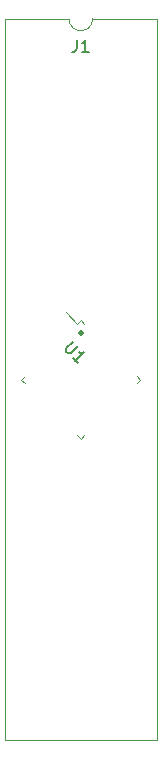
<source format=gbr>
G04 #@! TF.GenerationSoftware,KiCad,Pcbnew,(5.0.1-3-g963ef8bb5)*
G04 #@! TF.CreationDate,2022-07-03T20:38:46+09:00*
G04 #@! TF.ProjectId,LQFP48-Breakout,4C51465034382D427265616B6F75742E,rev?*
G04 #@! TF.SameCoordinates,Original*
G04 #@! TF.FileFunction,Legend,Top*
G04 #@! TF.FilePolarity,Positive*
%FSLAX46Y46*%
G04 Gerber Fmt 4.6, Leading zero omitted, Abs format (unit mm)*
G04 Created by KiCad (PCBNEW (5.0.1-3-g963ef8bb5)) date Sunday, 03 July 2022 at 20:38:46*
%MOMM*%
%LPD*%
G01*
G04 APERTURE LIST*
%ADD10C,0.300000*%
%ADD11C,0.120000*%
%ADD12C,0.150000*%
G04 APERTURE END LIST*
D10*
X109093000Y-88673714D02*
X109164428Y-88745142D01*
X109093000Y-88816571D01*
X109021571Y-88745142D01*
X109093000Y-88673714D01*
X109093000Y-88816571D01*
D11*
G04 #@! TO.C,J1*
X110093000Y-62170000D02*
G75*
G02X108093000Y-62170000I-1000000J0D01*
G01*
X108093000Y-62170000D02*
X102633000Y-62170000D01*
X102633000Y-62170000D02*
X102633000Y-123250000D01*
X102633000Y-123250000D02*
X115553000Y-123250000D01*
X115553000Y-123250000D02*
X115553000Y-62170000D01*
X115553000Y-62170000D02*
X110093000Y-62170000D01*
G04 #@! TO.C,U1*
X114127600Y-92710000D02*
X113830615Y-93006985D01*
X109093000Y-97744600D02*
X109389985Y-97447615D01*
X104058400Y-92710000D02*
X104355385Y-92413015D01*
X109093000Y-87675400D02*
X109389985Y-87972385D01*
X109093000Y-97744600D02*
X108796015Y-97447615D01*
X114127600Y-92710000D02*
X113830615Y-92413015D01*
X108796015Y-87972385D02*
X107820208Y-86996577D01*
X109093000Y-87675400D02*
X108796015Y-87972385D01*
X104058400Y-92710000D02*
X104355385Y-93006985D01*
G04 #@! TO.C,J1*
D12*
X108759666Y-63968380D02*
X108759666Y-64682666D01*
X108712047Y-64825523D01*
X108616809Y-64920761D01*
X108473952Y-64968380D01*
X108378714Y-64968380D01*
X109759666Y-64968380D02*
X109188238Y-64968380D01*
X109473952Y-64968380D02*
X109473952Y-63968380D01*
X109378714Y-64111238D01*
X109283476Y-64206476D01*
X109188238Y-64254095D01*
G04 #@! TO.C,U1*
X108433477Y-89498026D02*
X107861057Y-90070446D01*
X107827385Y-90171461D01*
X107827385Y-90238805D01*
X107861057Y-90339820D01*
X107995744Y-90474507D01*
X108096759Y-90508179D01*
X108164103Y-90508179D01*
X108265118Y-90474507D01*
X108837538Y-89902087D01*
X108837538Y-91316301D02*
X108433477Y-90912240D01*
X108635507Y-91114270D02*
X109342614Y-90407164D01*
X109174255Y-90440835D01*
X109039568Y-90440835D01*
X108938553Y-90407164D01*
G04 #@! TD*
M02*

</source>
